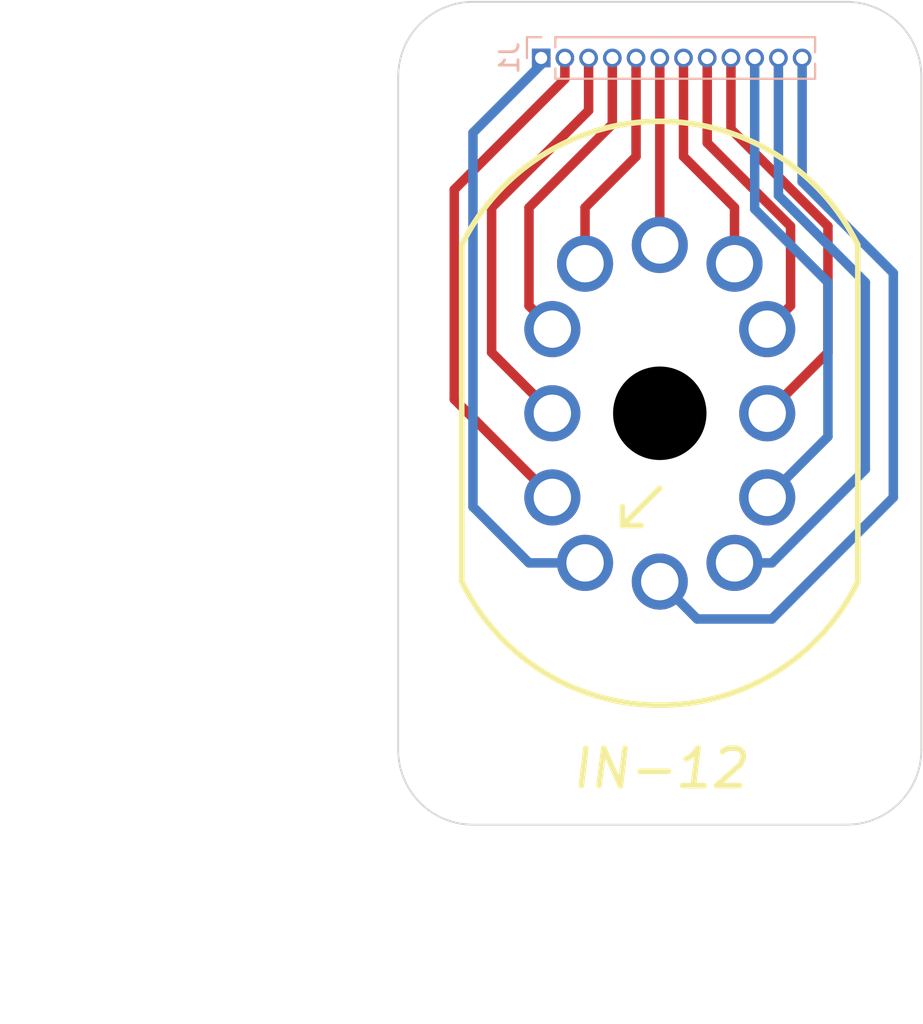
<source format=kicad_pcb>
(kicad_pcb (version 20211014) (generator pcbnew)
  (layers (0 "F.Cu" signal) (31 "B.Cu" signal) (34 "B.Paste" user) (35 "F.Paste" user) (36 "B.SilkS" user "B.Silkscreen") (37 "F.SilkS" user "F.Silkscreen") (38 "B.Mask" user) (39 "F.Mask" user) (44 "Edge.Cuts" user))
  (net 0 "")
  (net 1 "Net-(IN-12B1-Pad1)")
  (net 2 "Net-(IN-12B1-Pad2)")
  (net 3 "Net-(IN-12B1-Pad3)")
  (net 4 "Net-(IN-12B1-Pad4)")
  (net 5 "Net-(IN-12B1-Pad5)")
  (net 6 "Net-(IN-12B1-Pad6)")
  (net 7 "Net-(IN-12B1-Pad7)")
  (net 8 "Net-(IN-12B1-Pad8)")
  (net 9 "Net-(IN-12B1-Pad9)")
  (net 10 "Net-(IN-12B1-Pad10)")
  (net 11 "Net-(IN-12B1-Pad11)")
  (net 12 "Net-(IN-12B1-Pad12)")
  (footprint "MountingHole:MountingHole_2.2mm_M2" (layer "F.Cu") (at 113 132)
    (fp_text reference "REF**" hide)
    (fp_text value "MountingHole_2.2mm_M2" hide)
    (pad "" np_thru_hole circle (at 0 0) (size 2.2 2.2) (drill 2.2) (layers *.Cu *.Mask))
  )
  (footprint "nixie_daughter:IN-12B" (layer "F.Cu") (at 123 114)
    (fp_text reference "IN-12" (at 0.000008 18.999988 unlocked) (layer "F.SilkS") (effects (font (size 2 2) (thickness 0.3) italic)))
    (fp_text value "Conn_01x12" hide)
    (fp_line (start -2 6) (end -2 5) (layer "F.SilkS") (width 0.3))
    (fp_line (start 0 4) (end -2 6) (layer "F.SilkS") (width 0.3))
    (fp_line (start -10.6 9) (end -10.6 -9) (layer "F.SilkS") (width 0.3))
    (fp_line (start -2 6) (end -1 6) (layer "F.SilkS") (width 0.3))
    (fp_line (start 10.6 9) (end 10.6 -9) (layer "F.SilkS") (width 0.3))
    (fp_arc (start -10.6 -9) (mid 0 -15.61076) (end 10.6 -9) (layer "F.SilkS") (width 0.3))
    (fp_arc (start 10.6 9) (mid 0 15.61076) (end -10.6 9) (layer "F.SilkS") (width 0.3))
    (pad "" np_thru_hole circle (at 0 0 180) (size 5 5) (drill 5) (layers *.Mask))
    (pad "1" thru_hole circle (at -4 8 180) (size 3 3) (drill 2) (layers *.Cu *.Mask) (net 1 "Net-(IN-12B1-Pad1)"))
    (pad "2" thru_hole circle (at -5.75 4.5) (size 3 3) (drill 2) (layers *.Cu *.Mask) (net 2 "Net-(IN-12B1-Pad2)"))
    (pad "3" thru_hole circle (at -5.75 0) (size 3 3) (drill 2) (layers *.Cu *.Mask) (net 3 "Net-(IN-12B1-Pad3)"))
    (pad "4" thru_hole circle (at -5.75 -4.5) (size 3 3) (drill 2) (layers *.Cu *.Mask) (net 4 "Net-(IN-12B1-Pad4)"))
    (pad "5" thru_hole circle (at -4 -8) (size 3 3) (drill 2) (layers *.Cu *.Mask) (net 5 "Net-(IN-12B1-Pad5)"))
    (pad "6" thru_hole circle (at 0 -9) (size 3 3) (drill 2) (layers *.Cu *.Mask) (net 6 "Net-(IN-12B1-Pad6)"))
    (pad "7" thru_hole circle (at 4 -8) (size 3 3) (drill 2) (layers *.Cu *.Mask) (net 7 "Net-(IN-12B1-Pad7)"))
    (pad "8" thru_hole circle (at 5.75 -4.5) (size 3 3) (drill 2) (layers *.Cu *.Mask) (net 8 "Net-(IN-12B1-Pad8)"))
    (pad "9" thru_hole circle (at 5.75 0) (size 3 3) (drill 2) (layers *.Cu *.Mask) (net 9 "Net-(IN-12B1-Pad9)"))
    (pad "10" thru_hole circle (at 5.75 4.5) (size 3 3) (drill 2) (layers *.Cu *.Mask) (net 10 "Net-(IN-12B1-Pad10)"))
    (pad "11" thru_hole circle (at 4 8 180) (size 3 3) (drill 2) (layers *.Cu *.Mask) (net 11 "Net-(IN-12B1-Pad11)"))
    (pad "12" thru_hole circle (at 0 9) (size 3 3) (drill 2) (layers *.Cu *.Mask) (net 12 "Net-(IN-12B1-Pad12)"))
  )
  (footprint "MountingHole:MountingHole_2.2mm_M2" (layer "F.Cu") (at 133 132)
    (fp_text reference "REF**" hide)
    (fp_text value "MountingHole_2.2mm_M2" hide)
    (pad "" np_thru_hole circle (at 0 0) (size 2.2 2.2) (drill 2.2) (layers *.Cu *.Mask))
  )
  (footprint "Connector_PinHeader_1.27mm:PinHeader_1x12_P1.27mm_Vertical" (layer "B.Cu") (at 116.65 95 -90)
    (fp_text reference "J1" (at 0 1.695 90) (layer "B.SilkS") (effects (justify mirror)))
    (fp_text value "HPH1-A-12-UA" hide)
    (fp_line (start -1.11 0) (end -1.11 0.76) (layer "B.SilkS") (width 0.12))
    (fp_line (start 0.30753 -14.665) (end 1.11 -14.665) (layer "B.SilkS") (width 0.12))
    (fp_line (start -1.11 -14.665) (end -0.30753 -14.665) (layer "B.SilkS") (width 0.12))
    (fp_line (start 0.563471 -0.76) (end 1.11 -0.76) (layer "B.SilkS") (width 0.12))
    (fp_line (start 1.11 -0.76) (end 1.11 -14.665) (layer "B.SilkS") (width 0.12))
    (fp_line (start -1.11 -0.76) (end -0.563471 -0.76) (layer "B.SilkS") (width 0.12))
    (fp_line (start -1.11 0.76) (end 0 0.76) (layer "B.SilkS") (width 0.12))
    (fp_line (start -1.11 -0.76) (end -1.11 -14.665) (layer "B.SilkS") (width 0.12))
    (pad "1" thru_hole rect (at 0 0 270) (size 1 1) (drill 0.65) (layers *.Cu *.Mask) (net 1 "Net-(IN-12B1-Pad1)"))
    (pad "2" thru_hole oval (at 0 -1.27 270) (size 1 1) (drill 0.65) (layers *.Cu *.Mask) (net 2 "Net-(IN-12B1-Pad2)"))
    (pad "3" thru_hole oval (at 0 -2.54 270) (size 1 1) (drill 0.65) (layers *.Cu *.Mask) (net 3 "Net-(IN-12B1-Pad3)"))
    (pad "4" thru_hole oval (at 0 -3.81 270) (size 1 1) (drill 0.65) (layers *.Cu *.Mask) (net 4 "Net-(IN-12B1-Pad4)"))
    (pad "5" thru_hole oval (at 0 -5.08 270) (size 1 1) (drill 0.65) (layers *.Cu *.Mask) (net 5 "Net-(IN-12B1-Pad5)"))
    (pad "6" thru_hole oval (at 0 -6.35 270) (size 1 1) (drill 0.65) (layers *.Cu *.Mask) (net 6 "Net-(IN-12B1-Pad6)"))
    (pad "7" thru_hole oval (at 0 -7.62 270) (size 1 1) (drill 0.65) (layers *.Cu *.Mask) (net 7 "Net-(IN-12B1-Pad7)"))
    (pad "8" thru_hole oval (at 0 -8.89 270) (size 1 1) (drill 0.65) (layers *.Cu *.Mask) (net 8 "Net-(IN-12B1-Pad8)"))
    (pad "9" thru_hole oval (at 0 -10.16 270) (size 1 1) (drill 0.65) (layers *.Cu *.Mask) (net 9 "Net-(IN-12B1-Pad9)"))
    (pad "10" thru_hole oval (at 0 -11.43 270) (size 1 1) (drill 0.65) (layers *.Cu *.Mask) (net 10 "Net-(IN-12B1-Pad10)"))
    (pad "11" thru_hole oval (at 0 -12.7 270) (size 1 1) (drill 0.65) (layers *.Cu *.Mask) (net 11 "Net-(IN-12B1-Pad11)"))
    (pad "12" thru_hole oval (at 0 -13.97 270) (size 1 1) (drill 0.65) (layers *.Cu *.Mask) (net 12 "Net-(IN-12B1-Pad12)"))
  )
  (gr_line (start 113 92) (end 133 92) (layer "Edge.Cuts") (width 0.1))
  (gr_arc (start 109 96) (mid 110.171573 93.171573) (end 113 92) (layer "Edge.Cuts") (width 0.1))
  (gr_arc (start 137 132) (mid 135.828427 134.828427) (end 133 136) (layer "Edge.Cuts") (width 0.1))
  (gr_line (start 133 136) (end 113 136) (layer "Edge.Cuts") (width 0.1))
  (gr_line (start 137 96) (end 137 132) (layer "Edge.Cuts") (width 0.1))
  (gr_arc (start 113 136) (mid 110.171573 134.828427) (end 109 132) (layer "Edge.Cuts") (width 0.1))
  (gr_line (start 109 96) (end 109 132) (layer "Edge.Cuts") (width 0.1))
  (gr_arc (start 133 92) (mid 135.828427 93.171573) (end 137 96) (layer "Edge.Cuts") (width 0.1))
  (segment (start 119 122) (end 116 122) (width 0.508) (layer "B.Cu") (net 1))
  (segment (start 116.65 95.35) (end 116.65 95) (width 0.508) (layer "B.Cu") (net 1))
  (segment (start 113 99) (end 116.65 95.35) (width 0.508) (layer "B.Cu") (net 1))
  (segment (start 113 119) (end 113 99) (width 0.508) (layer "B.Cu") (net 1))
  (segment (start 116 122) (end 113 119) (width 0.508) (layer "B.Cu") (net 1))
  (segment (start 112 102.04) (end 117.92 96.12) (width 0.508) (layer "F.Cu") (net 2))
  (segment (start 117.25 118.5) (end 112 113.25) (width 0.508) (layer "F.Cu") (net 2))
  (segment (start 112 113.25) (end 112 102.04) (width 0.508) (layer "F.Cu") (net 2))
  (segment (start 117.92 96.12) (end 117.92 95) (width 0.508) (layer "F.Cu") (net 2))
  (segment (start 114 103) (end 119.19 97.81) (width 0.508) (layer "F.Cu") (net 3))
  (segment (start 119.19 97.81) (end 119.19 95) (width 0.508) (layer "F.Cu") (net 3))
  (segment (start 114 110.75) (end 114 103) (width 0.508) (layer "F.Cu") (net 3))
  (segment (start 117.25 114) (end 114 110.75) (width 0.508) (layer "F.Cu") (net 3))
  (segment (start 120.46 98.54) (end 120.46 95) (width 0.508) (layer "F.Cu") (net 4))
  (segment (start 117.25 109.5) (end 116 108.25) (width 0.508) (layer "F.Cu") (net 4))
  (segment (start 116 103) (end 120.46 98.54) (width 0.508) (layer "F.Cu") (net 4))
  (segment (start 116 108.25) (end 116 103) (width 0.508) (layer "F.Cu") (net 4))
  (segment (start 119 106) (end 119.83 105.17) (width 0.508) (layer "F.Cu") (net 5))
  (segment (start 121.73 100.27) (end 121.73 95) (width 0.508) (layer "F.Cu") (net 5))
  (segment (start 119 103) (end 121.73 100.27) (width 0.508) (layer "F.Cu") (net 5))
  (segment (start 119 106) (end 119 103) (width 0.508) (layer "F.Cu") (net 5))
  (segment (start 123 105) (end 123 95) (width 0.508) (layer "F.Cu") (net 6))
  (segment (start 125.5 101.5) (end 127 103) (width 0.508) (layer "F.Cu") (net 7))
  (segment (start 124.27 100.27) (end 124.27 95) (width 0.508) (layer "F.Cu") (net 7))
  (segment (start 127 103) (end 127 106) (width 0.508) (layer "F.Cu") (net 7))
  (segment (start 125.5 101.5) (end 124.27 100.27) (width 0.508) (layer "F.Cu") (net 7))
  (segment (start 127 101) (end 125.54 99.54) (width 0.508) (layer "F.Cu") (net 8))
  (segment (start 130 104) (end 130 108.25) (width 0.508) (layer "F.Cu") (net 8))
  (segment (start 125.54 99.54) (end 125.54 95) (width 0.508) (layer "F.Cu") (net 8))
  (segment (start 127 101) (end 130 104) (width 0.508) (layer "F.Cu") (net 8))
  (segment (start 130 108.25) (end 128.75 109.5) (width 0.508) (layer "F.Cu") (net 8))
  (segment (start 126.81 98.81) (end 126.81 95) (width 0.508) (layer "F.Cu") (net 9))
  (segment (start 132 110.75) (end 128.75 114) (width 0.508) (layer "F.Cu") (net 9))
  (segment (start 132 104) (end 132 110.75) (width 0.508) (layer "F.Cu") (net 9))
  (segment (start 129.5 101.5) (end 132 104) (width 0.508) (layer "F.Cu") (net 9))
  (segment (start 129.5 101.5) (end 126.81 98.81) (width 0.508) (layer "F.Cu") (net 9))
  (segment (start 128.08 103.08) (end 128.08 95) (width 0.508) (layer "B.Cu") (net 10))
  (segment (start 130.5 105.5) (end 132 107) (width 0.508) (layer "B.Cu") (net 10))
  (segment (start 132 115.25) (end 128.75 118.5) (width 0.508) (layer "B.Cu") (net 10))
  (segment (start 132 107) (end 132 115.25) (width 0.508) (layer "B.Cu") (net 10))
  (segment (start 130.5 105.5) (end 128.08 103.08) (width 0.508) (layer "B.Cu") (net 10))
  (segment (start 134 117) (end 129 122) (width 0.508) (layer "B.Cu") (net 11))
  (segment (start 129.35 102.35) (end 129.35 95) (width 0.508) (layer "B.Cu") (net 11))
  (segment (start 131 104) (end 129.35 102.35) (width 0.508) (layer "B.Cu") (net 11))
  (segment (start 134 107) (end 134 117) (width 0.508) (layer "B.Cu") (net 11))
  (segment (start 129 122) (end 127 122) (width 0.508) (layer "B.Cu") (net 11))
  (segment (start 131 104) (end 134 107) (width 0.508) (layer "B.Cu") (net 11))
  (segment (start 129 125) (end 135.5 118.5) (width 0.508) (layer "B.Cu") (net 12))
  (segment (start 135.5 106.5) (end 132 103) (width 0.508) (layer "B.Cu") (net 12))
  (segment (start 132 103) (end 130.62 101.62) (width 0.508) (layer "B.Cu") (net 12))
  (segment (start 125 125) (end 129 125) (width 0.508) (layer "B.Cu") (net 12))
  (segment (start 123 123) (end 125 125) (width 0.508) (layer "B.Cu") (net 12))
  (segment (start 135.5 118.5) (end 135.5 106.5) (width 0.508) (layer "B.Cu") (net 12))
  (segment (start 130.62 101.62) (end 130.62 95) (width 0.508) (layer "B.Cu") (net 12))
)
</source>
